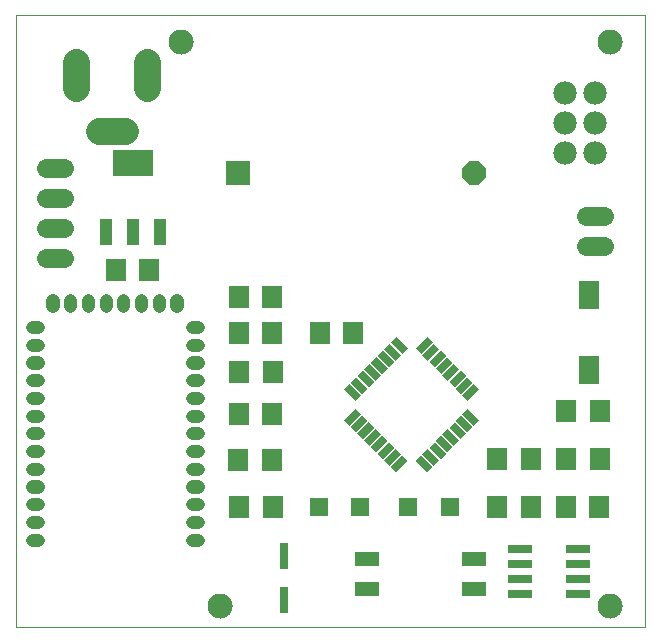
<source format=gts>
G75*
%MOIN*%
%OFA0B0*%
%FSLAX25Y25*%
%IPPOS*%
%LPD*%
%AMOC8*
5,1,8,0,0,1.08239X$1,22.5*
%
%ADD10C,0.00000*%
%ADD11C,0.08274*%
%ADD12R,0.06699X0.07498*%
%ADD13R,0.06699X0.07487*%
%ADD14R,0.08300X0.04700*%
%ADD15R,0.08000X0.08000*%
%ADD16OC8,0.08000*%
%ADD17R,0.08200X0.02500*%
%ADD18C,0.06400*%
%ADD19R,0.02959X0.09061*%
%ADD20R,0.05400X0.02600*%
%ADD21R,0.02600X0.05400*%
%ADD22R,0.06306X0.06306*%
%ADD23C,0.04294*%
%ADD24R,0.04140X0.08865*%
%ADD25R,0.13195X0.08865*%
%ADD26C,0.09000*%
%ADD27C,0.07800*%
%ADD28R,0.06699X0.09455*%
D10*
X0011520Y0002000D02*
X0011520Y0205961D01*
X0221220Y0205961D01*
X0221220Y0002000D01*
X0011520Y0002000D01*
X0075583Y0009000D02*
X0075585Y0009125D01*
X0075591Y0009250D01*
X0075601Y0009374D01*
X0075615Y0009498D01*
X0075632Y0009622D01*
X0075654Y0009745D01*
X0075680Y0009867D01*
X0075709Y0009989D01*
X0075742Y0010109D01*
X0075780Y0010228D01*
X0075820Y0010347D01*
X0075865Y0010463D01*
X0075913Y0010578D01*
X0075965Y0010692D01*
X0076021Y0010804D01*
X0076080Y0010914D01*
X0076142Y0011022D01*
X0076208Y0011129D01*
X0076277Y0011233D01*
X0076350Y0011334D01*
X0076425Y0011434D01*
X0076504Y0011531D01*
X0076586Y0011625D01*
X0076671Y0011717D01*
X0076758Y0011806D01*
X0076849Y0011892D01*
X0076942Y0011975D01*
X0077038Y0012056D01*
X0077136Y0012133D01*
X0077236Y0012207D01*
X0077339Y0012278D01*
X0077444Y0012345D01*
X0077552Y0012410D01*
X0077661Y0012470D01*
X0077772Y0012528D01*
X0077885Y0012581D01*
X0077999Y0012631D01*
X0078115Y0012678D01*
X0078232Y0012720D01*
X0078351Y0012759D01*
X0078471Y0012795D01*
X0078592Y0012826D01*
X0078714Y0012854D01*
X0078836Y0012877D01*
X0078960Y0012897D01*
X0079084Y0012913D01*
X0079208Y0012925D01*
X0079333Y0012933D01*
X0079458Y0012937D01*
X0079582Y0012937D01*
X0079707Y0012933D01*
X0079832Y0012925D01*
X0079956Y0012913D01*
X0080080Y0012897D01*
X0080204Y0012877D01*
X0080326Y0012854D01*
X0080448Y0012826D01*
X0080569Y0012795D01*
X0080689Y0012759D01*
X0080808Y0012720D01*
X0080925Y0012678D01*
X0081041Y0012631D01*
X0081155Y0012581D01*
X0081268Y0012528D01*
X0081379Y0012470D01*
X0081489Y0012410D01*
X0081596Y0012345D01*
X0081701Y0012278D01*
X0081804Y0012207D01*
X0081904Y0012133D01*
X0082002Y0012056D01*
X0082098Y0011975D01*
X0082191Y0011892D01*
X0082282Y0011806D01*
X0082369Y0011717D01*
X0082454Y0011625D01*
X0082536Y0011531D01*
X0082615Y0011434D01*
X0082690Y0011334D01*
X0082763Y0011233D01*
X0082832Y0011129D01*
X0082898Y0011022D01*
X0082960Y0010914D01*
X0083019Y0010804D01*
X0083075Y0010692D01*
X0083127Y0010578D01*
X0083175Y0010463D01*
X0083220Y0010347D01*
X0083260Y0010228D01*
X0083298Y0010109D01*
X0083331Y0009989D01*
X0083360Y0009867D01*
X0083386Y0009745D01*
X0083408Y0009622D01*
X0083425Y0009498D01*
X0083439Y0009374D01*
X0083449Y0009250D01*
X0083455Y0009125D01*
X0083457Y0009000D01*
X0083455Y0008875D01*
X0083449Y0008750D01*
X0083439Y0008626D01*
X0083425Y0008502D01*
X0083408Y0008378D01*
X0083386Y0008255D01*
X0083360Y0008133D01*
X0083331Y0008011D01*
X0083298Y0007891D01*
X0083260Y0007772D01*
X0083220Y0007653D01*
X0083175Y0007537D01*
X0083127Y0007422D01*
X0083075Y0007308D01*
X0083019Y0007196D01*
X0082960Y0007086D01*
X0082898Y0006978D01*
X0082832Y0006871D01*
X0082763Y0006767D01*
X0082690Y0006666D01*
X0082615Y0006566D01*
X0082536Y0006469D01*
X0082454Y0006375D01*
X0082369Y0006283D01*
X0082282Y0006194D01*
X0082191Y0006108D01*
X0082098Y0006025D01*
X0082002Y0005944D01*
X0081904Y0005867D01*
X0081804Y0005793D01*
X0081701Y0005722D01*
X0081596Y0005655D01*
X0081488Y0005590D01*
X0081379Y0005530D01*
X0081268Y0005472D01*
X0081155Y0005419D01*
X0081041Y0005369D01*
X0080925Y0005322D01*
X0080808Y0005280D01*
X0080689Y0005241D01*
X0080569Y0005205D01*
X0080448Y0005174D01*
X0080326Y0005146D01*
X0080204Y0005123D01*
X0080080Y0005103D01*
X0079956Y0005087D01*
X0079832Y0005075D01*
X0079707Y0005067D01*
X0079582Y0005063D01*
X0079458Y0005063D01*
X0079333Y0005067D01*
X0079208Y0005075D01*
X0079084Y0005087D01*
X0078960Y0005103D01*
X0078836Y0005123D01*
X0078714Y0005146D01*
X0078592Y0005174D01*
X0078471Y0005205D01*
X0078351Y0005241D01*
X0078232Y0005280D01*
X0078115Y0005322D01*
X0077999Y0005369D01*
X0077885Y0005419D01*
X0077772Y0005472D01*
X0077661Y0005530D01*
X0077551Y0005590D01*
X0077444Y0005655D01*
X0077339Y0005722D01*
X0077236Y0005793D01*
X0077136Y0005867D01*
X0077038Y0005944D01*
X0076942Y0006025D01*
X0076849Y0006108D01*
X0076758Y0006194D01*
X0076671Y0006283D01*
X0076586Y0006375D01*
X0076504Y0006469D01*
X0076425Y0006566D01*
X0076350Y0006666D01*
X0076277Y0006767D01*
X0076208Y0006871D01*
X0076142Y0006978D01*
X0076080Y0007086D01*
X0076021Y0007196D01*
X0075965Y0007308D01*
X0075913Y0007422D01*
X0075865Y0007537D01*
X0075820Y0007653D01*
X0075780Y0007772D01*
X0075742Y0007891D01*
X0075709Y0008011D01*
X0075680Y0008133D01*
X0075654Y0008255D01*
X0075632Y0008378D01*
X0075615Y0008502D01*
X0075601Y0008626D01*
X0075591Y0008750D01*
X0075585Y0008875D01*
X0075583Y0009000D01*
X0205583Y0009000D02*
X0205585Y0009125D01*
X0205591Y0009250D01*
X0205601Y0009374D01*
X0205615Y0009498D01*
X0205632Y0009622D01*
X0205654Y0009745D01*
X0205680Y0009867D01*
X0205709Y0009989D01*
X0205742Y0010109D01*
X0205780Y0010228D01*
X0205820Y0010347D01*
X0205865Y0010463D01*
X0205913Y0010578D01*
X0205965Y0010692D01*
X0206021Y0010804D01*
X0206080Y0010914D01*
X0206142Y0011022D01*
X0206208Y0011129D01*
X0206277Y0011233D01*
X0206350Y0011334D01*
X0206425Y0011434D01*
X0206504Y0011531D01*
X0206586Y0011625D01*
X0206671Y0011717D01*
X0206758Y0011806D01*
X0206849Y0011892D01*
X0206942Y0011975D01*
X0207038Y0012056D01*
X0207136Y0012133D01*
X0207236Y0012207D01*
X0207339Y0012278D01*
X0207444Y0012345D01*
X0207552Y0012410D01*
X0207661Y0012470D01*
X0207772Y0012528D01*
X0207885Y0012581D01*
X0207999Y0012631D01*
X0208115Y0012678D01*
X0208232Y0012720D01*
X0208351Y0012759D01*
X0208471Y0012795D01*
X0208592Y0012826D01*
X0208714Y0012854D01*
X0208836Y0012877D01*
X0208960Y0012897D01*
X0209084Y0012913D01*
X0209208Y0012925D01*
X0209333Y0012933D01*
X0209458Y0012937D01*
X0209582Y0012937D01*
X0209707Y0012933D01*
X0209832Y0012925D01*
X0209956Y0012913D01*
X0210080Y0012897D01*
X0210204Y0012877D01*
X0210326Y0012854D01*
X0210448Y0012826D01*
X0210569Y0012795D01*
X0210689Y0012759D01*
X0210808Y0012720D01*
X0210925Y0012678D01*
X0211041Y0012631D01*
X0211155Y0012581D01*
X0211268Y0012528D01*
X0211379Y0012470D01*
X0211489Y0012410D01*
X0211596Y0012345D01*
X0211701Y0012278D01*
X0211804Y0012207D01*
X0211904Y0012133D01*
X0212002Y0012056D01*
X0212098Y0011975D01*
X0212191Y0011892D01*
X0212282Y0011806D01*
X0212369Y0011717D01*
X0212454Y0011625D01*
X0212536Y0011531D01*
X0212615Y0011434D01*
X0212690Y0011334D01*
X0212763Y0011233D01*
X0212832Y0011129D01*
X0212898Y0011022D01*
X0212960Y0010914D01*
X0213019Y0010804D01*
X0213075Y0010692D01*
X0213127Y0010578D01*
X0213175Y0010463D01*
X0213220Y0010347D01*
X0213260Y0010228D01*
X0213298Y0010109D01*
X0213331Y0009989D01*
X0213360Y0009867D01*
X0213386Y0009745D01*
X0213408Y0009622D01*
X0213425Y0009498D01*
X0213439Y0009374D01*
X0213449Y0009250D01*
X0213455Y0009125D01*
X0213457Y0009000D01*
X0213455Y0008875D01*
X0213449Y0008750D01*
X0213439Y0008626D01*
X0213425Y0008502D01*
X0213408Y0008378D01*
X0213386Y0008255D01*
X0213360Y0008133D01*
X0213331Y0008011D01*
X0213298Y0007891D01*
X0213260Y0007772D01*
X0213220Y0007653D01*
X0213175Y0007537D01*
X0213127Y0007422D01*
X0213075Y0007308D01*
X0213019Y0007196D01*
X0212960Y0007086D01*
X0212898Y0006978D01*
X0212832Y0006871D01*
X0212763Y0006767D01*
X0212690Y0006666D01*
X0212615Y0006566D01*
X0212536Y0006469D01*
X0212454Y0006375D01*
X0212369Y0006283D01*
X0212282Y0006194D01*
X0212191Y0006108D01*
X0212098Y0006025D01*
X0212002Y0005944D01*
X0211904Y0005867D01*
X0211804Y0005793D01*
X0211701Y0005722D01*
X0211596Y0005655D01*
X0211488Y0005590D01*
X0211379Y0005530D01*
X0211268Y0005472D01*
X0211155Y0005419D01*
X0211041Y0005369D01*
X0210925Y0005322D01*
X0210808Y0005280D01*
X0210689Y0005241D01*
X0210569Y0005205D01*
X0210448Y0005174D01*
X0210326Y0005146D01*
X0210204Y0005123D01*
X0210080Y0005103D01*
X0209956Y0005087D01*
X0209832Y0005075D01*
X0209707Y0005067D01*
X0209582Y0005063D01*
X0209458Y0005063D01*
X0209333Y0005067D01*
X0209208Y0005075D01*
X0209084Y0005087D01*
X0208960Y0005103D01*
X0208836Y0005123D01*
X0208714Y0005146D01*
X0208592Y0005174D01*
X0208471Y0005205D01*
X0208351Y0005241D01*
X0208232Y0005280D01*
X0208115Y0005322D01*
X0207999Y0005369D01*
X0207885Y0005419D01*
X0207772Y0005472D01*
X0207661Y0005530D01*
X0207551Y0005590D01*
X0207444Y0005655D01*
X0207339Y0005722D01*
X0207236Y0005793D01*
X0207136Y0005867D01*
X0207038Y0005944D01*
X0206942Y0006025D01*
X0206849Y0006108D01*
X0206758Y0006194D01*
X0206671Y0006283D01*
X0206586Y0006375D01*
X0206504Y0006469D01*
X0206425Y0006566D01*
X0206350Y0006666D01*
X0206277Y0006767D01*
X0206208Y0006871D01*
X0206142Y0006978D01*
X0206080Y0007086D01*
X0206021Y0007196D01*
X0205965Y0007308D01*
X0205913Y0007422D01*
X0205865Y0007537D01*
X0205820Y0007653D01*
X0205780Y0007772D01*
X0205742Y0007891D01*
X0205709Y0008011D01*
X0205680Y0008133D01*
X0205654Y0008255D01*
X0205632Y0008378D01*
X0205615Y0008502D01*
X0205601Y0008626D01*
X0205591Y0008750D01*
X0205585Y0008875D01*
X0205583Y0009000D01*
X0205583Y0197000D02*
X0205585Y0197125D01*
X0205591Y0197250D01*
X0205601Y0197374D01*
X0205615Y0197498D01*
X0205632Y0197622D01*
X0205654Y0197745D01*
X0205680Y0197867D01*
X0205709Y0197989D01*
X0205742Y0198109D01*
X0205780Y0198228D01*
X0205820Y0198347D01*
X0205865Y0198463D01*
X0205913Y0198578D01*
X0205965Y0198692D01*
X0206021Y0198804D01*
X0206080Y0198914D01*
X0206142Y0199022D01*
X0206208Y0199129D01*
X0206277Y0199233D01*
X0206350Y0199334D01*
X0206425Y0199434D01*
X0206504Y0199531D01*
X0206586Y0199625D01*
X0206671Y0199717D01*
X0206758Y0199806D01*
X0206849Y0199892D01*
X0206942Y0199975D01*
X0207038Y0200056D01*
X0207136Y0200133D01*
X0207236Y0200207D01*
X0207339Y0200278D01*
X0207444Y0200345D01*
X0207552Y0200410D01*
X0207661Y0200470D01*
X0207772Y0200528D01*
X0207885Y0200581D01*
X0207999Y0200631D01*
X0208115Y0200678D01*
X0208232Y0200720D01*
X0208351Y0200759D01*
X0208471Y0200795D01*
X0208592Y0200826D01*
X0208714Y0200854D01*
X0208836Y0200877D01*
X0208960Y0200897D01*
X0209084Y0200913D01*
X0209208Y0200925D01*
X0209333Y0200933D01*
X0209458Y0200937D01*
X0209582Y0200937D01*
X0209707Y0200933D01*
X0209832Y0200925D01*
X0209956Y0200913D01*
X0210080Y0200897D01*
X0210204Y0200877D01*
X0210326Y0200854D01*
X0210448Y0200826D01*
X0210569Y0200795D01*
X0210689Y0200759D01*
X0210808Y0200720D01*
X0210925Y0200678D01*
X0211041Y0200631D01*
X0211155Y0200581D01*
X0211268Y0200528D01*
X0211379Y0200470D01*
X0211489Y0200410D01*
X0211596Y0200345D01*
X0211701Y0200278D01*
X0211804Y0200207D01*
X0211904Y0200133D01*
X0212002Y0200056D01*
X0212098Y0199975D01*
X0212191Y0199892D01*
X0212282Y0199806D01*
X0212369Y0199717D01*
X0212454Y0199625D01*
X0212536Y0199531D01*
X0212615Y0199434D01*
X0212690Y0199334D01*
X0212763Y0199233D01*
X0212832Y0199129D01*
X0212898Y0199022D01*
X0212960Y0198914D01*
X0213019Y0198804D01*
X0213075Y0198692D01*
X0213127Y0198578D01*
X0213175Y0198463D01*
X0213220Y0198347D01*
X0213260Y0198228D01*
X0213298Y0198109D01*
X0213331Y0197989D01*
X0213360Y0197867D01*
X0213386Y0197745D01*
X0213408Y0197622D01*
X0213425Y0197498D01*
X0213439Y0197374D01*
X0213449Y0197250D01*
X0213455Y0197125D01*
X0213457Y0197000D01*
X0213455Y0196875D01*
X0213449Y0196750D01*
X0213439Y0196626D01*
X0213425Y0196502D01*
X0213408Y0196378D01*
X0213386Y0196255D01*
X0213360Y0196133D01*
X0213331Y0196011D01*
X0213298Y0195891D01*
X0213260Y0195772D01*
X0213220Y0195653D01*
X0213175Y0195537D01*
X0213127Y0195422D01*
X0213075Y0195308D01*
X0213019Y0195196D01*
X0212960Y0195086D01*
X0212898Y0194978D01*
X0212832Y0194871D01*
X0212763Y0194767D01*
X0212690Y0194666D01*
X0212615Y0194566D01*
X0212536Y0194469D01*
X0212454Y0194375D01*
X0212369Y0194283D01*
X0212282Y0194194D01*
X0212191Y0194108D01*
X0212098Y0194025D01*
X0212002Y0193944D01*
X0211904Y0193867D01*
X0211804Y0193793D01*
X0211701Y0193722D01*
X0211596Y0193655D01*
X0211488Y0193590D01*
X0211379Y0193530D01*
X0211268Y0193472D01*
X0211155Y0193419D01*
X0211041Y0193369D01*
X0210925Y0193322D01*
X0210808Y0193280D01*
X0210689Y0193241D01*
X0210569Y0193205D01*
X0210448Y0193174D01*
X0210326Y0193146D01*
X0210204Y0193123D01*
X0210080Y0193103D01*
X0209956Y0193087D01*
X0209832Y0193075D01*
X0209707Y0193067D01*
X0209582Y0193063D01*
X0209458Y0193063D01*
X0209333Y0193067D01*
X0209208Y0193075D01*
X0209084Y0193087D01*
X0208960Y0193103D01*
X0208836Y0193123D01*
X0208714Y0193146D01*
X0208592Y0193174D01*
X0208471Y0193205D01*
X0208351Y0193241D01*
X0208232Y0193280D01*
X0208115Y0193322D01*
X0207999Y0193369D01*
X0207885Y0193419D01*
X0207772Y0193472D01*
X0207661Y0193530D01*
X0207551Y0193590D01*
X0207444Y0193655D01*
X0207339Y0193722D01*
X0207236Y0193793D01*
X0207136Y0193867D01*
X0207038Y0193944D01*
X0206942Y0194025D01*
X0206849Y0194108D01*
X0206758Y0194194D01*
X0206671Y0194283D01*
X0206586Y0194375D01*
X0206504Y0194469D01*
X0206425Y0194566D01*
X0206350Y0194666D01*
X0206277Y0194767D01*
X0206208Y0194871D01*
X0206142Y0194978D01*
X0206080Y0195086D01*
X0206021Y0195196D01*
X0205965Y0195308D01*
X0205913Y0195422D01*
X0205865Y0195537D01*
X0205820Y0195653D01*
X0205780Y0195772D01*
X0205742Y0195891D01*
X0205709Y0196011D01*
X0205680Y0196133D01*
X0205654Y0196255D01*
X0205632Y0196378D01*
X0205615Y0196502D01*
X0205601Y0196626D01*
X0205591Y0196750D01*
X0205585Y0196875D01*
X0205583Y0197000D01*
X0062583Y0197000D02*
X0062585Y0197125D01*
X0062591Y0197250D01*
X0062601Y0197374D01*
X0062615Y0197498D01*
X0062632Y0197622D01*
X0062654Y0197745D01*
X0062680Y0197867D01*
X0062709Y0197989D01*
X0062742Y0198109D01*
X0062780Y0198228D01*
X0062820Y0198347D01*
X0062865Y0198463D01*
X0062913Y0198578D01*
X0062965Y0198692D01*
X0063021Y0198804D01*
X0063080Y0198914D01*
X0063142Y0199022D01*
X0063208Y0199129D01*
X0063277Y0199233D01*
X0063350Y0199334D01*
X0063425Y0199434D01*
X0063504Y0199531D01*
X0063586Y0199625D01*
X0063671Y0199717D01*
X0063758Y0199806D01*
X0063849Y0199892D01*
X0063942Y0199975D01*
X0064038Y0200056D01*
X0064136Y0200133D01*
X0064236Y0200207D01*
X0064339Y0200278D01*
X0064444Y0200345D01*
X0064552Y0200410D01*
X0064661Y0200470D01*
X0064772Y0200528D01*
X0064885Y0200581D01*
X0064999Y0200631D01*
X0065115Y0200678D01*
X0065232Y0200720D01*
X0065351Y0200759D01*
X0065471Y0200795D01*
X0065592Y0200826D01*
X0065714Y0200854D01*
X0065836Y0200877D01*
X0065960Y0200897D01*
X0066084Y0200913D01*
X0066208Y0200925D01*
X0066333Y0200933D01*
X0066458Y0200937D01*
X0066582Y0200937D01*
X0066707Y0200933D01*
X0066832Y0200925D01*
X0066956Y0200913D01*
X0067080Y0200897D01*
X0067204Y0200877D01*
X0067326Y0200854D01*
X0067448Y0200826D01*
X0067569Y0200795D01*
X0067689Y0200759D01*
X0067808Y0200720D01*
X0067925Y0200678D01*
X0068041Y0200631D01*
X0068155Y0200581D01*
X0068268Y0200528D01*
X0068379Y0200470D01*
X0068489Y0200410D01*
X0068596Y0200345D01*
X0068701Y0200278D01*
X0068804Y0200207D01*
X0068904Y0200133D01*
X0069002Y0200056D01*
X0069098Y0199975D01*
X0069191Y0199892D01*
X0069282Y0199806D01*
X0069369Y0199717D01*
X0069454Y0199625D01*
X0069536Y0199531D01*
X0069615Y0199434D01*
X0069690Y0199334D01*
X0069763Y0199233D01*
X0069832Y0199129D01*
X0069898Y0199022D01*
X0069960Y0198914D01*
X0070019Y0198804D01*
X0070075Y0198692D01*
X0070127Y0198578D01*
X0070175Y0198463D01*
X0070220Y0198347D01*
X0070260Y0198228D01*
X0070298Y0198109D01*
X0070331Y0197989D01*
X0070360Y0197867D01*
X0070386Y0197745D01*
X0070408Y0197622D01*
X0070425Y0197498D01*
X0070439Y0197374D01*
X0070449Y0197250D01*
X0070455Y0197125D01*
X0070457Y0197000D01*
X0070455Y0196875D01*
X0070449Y0196750D01*
X0070439Y0196626D01*
X0070425Y0196502D01*
X0070408Y0196378D01*
X0070386Y0196255D01*
X0070360Y0196133D01*
X0070331Y0196011D01*
X0070298Y0195891D01*
X0070260Y0195772D01*
X0070220Y0195653D01*
X0070175Y0195537D01*
X0070127Y0195422D01*
X0070075Y0195308D01*
X0070019Y0195196D01*
X0069960Y0195086D01*
X0069898Y0194978D01*
X0069832Y0194871D01*
X0069763Y0194767D01*
X0069690Y0194666D01*
X0069615Y0194566D01*
X0069536Y0194469D01*
X0069454Y0194375D01*
X0069369Y0194283D01*
X0069282Y0194194D01*
X0069191Y0194108D01*
X0069098Y0194025D01*
X0069002Y0193944D01*
X0068904Y0193867D01*
X0068804Y0193793D01*
X0068701Y0193722D01*
X0068596Y0193655D01*
X0068488Y0193590D01*
X0068379Y0193530D01*
X0068268Y0193472D01*
X0068155Y0193419D01*
X0068041Y0193369D01*
X0067925Y0193322D01*
X0067808Y0193280D01*
X0067689Y0193241D01*
X0067569Y0193205D01*
X0067448Y0193174D01*
X0067326Y0193146D01*
X0067204Y0193123D01*
X0067080Y0193103D01*
X0066956Y0193087D01*
X0066832Y0193075D01*
X0066707Y0193067D01*
X0066582Y0193063D01*
X0066458Y0193063D01*
X0066333Y0193067D01*
X0066208Y0193075D01*
X0066084Y0193087D01*
X0065960Y0193103D01*
X0065836Y0193123D01*
X0065714Y0193146D01*
X0065592Y0193174D01*
X0065471Y0193205D01*
X0065351Y0193241D01*
X0065232Y0193280D01*
X0065115Y0193322D01*
X0064999Y0193369D01*
X0064885Y0193419D01*
X0064772Y0193472D01*
X0064661Y0193530D01*
X0064551Y0193590D01*
X0064444Y0193655D01*
X0064339Y0193722D01*
X0064236Y0193793D01*
X0064136Y0193867D01*
X0064038Y0193944D01*
X0063942Y0194025D01*
X0063849Y0194108D01*
X0063758Y0194194D01*
X0063671Y0194283D01*
X0063586Y0194375D01*
X0063504Y0194469D01*
X0063425Y0194566D01*
X0063350Y0194666D01*
X0063277Y0194767D01*
X0063208Y0194871D01*
X0063142Y0194978D01*
X0063080Y0195086D01*
X0063021Y0195196D01*
X0062965Y0195308D01*
X0062913Y0195422D01*
X0062865Y0195537D01*
X0062820Y0195653D01*
X0062780Y0195772D01*
X0062742Y0195891D01*
X0062709Y0196011D01*
X0062680Y0196133D01*
X0062654Y0196255D01*
X0062632Y0196378D01*
X0062615Y0196502D01*
X0062601Y0196626D01*
X0062591Y0196750D01*
X0062585Y0196875D01*
X0062583Y0197000D01*
D11*
X0066520Y0197000D03*
X0209520Y0197000D03*
X0209520Y0009000D03*
X0079520Y0009000D03*
D12*
X0085921Y0042000D03*
X0097118Y0042000D03*
X0096968Y0057600D03*
X0085771Y0057600D03*
X0085921Y0087000D03*
X0097118Y0087000D03*
X0171921Y0058000D03*
X0183118Y0058000D03*
X0194921Y0058000D03*
X0206118Y0058000D03*
X0206118Y0074000D03*
X0194921Y0074000D03*
X0183118Y0042000D03*
X0171921Y0042000D03*
D13*
X0195008Y0042000D03*
X0206031Y0042000D03*
X0124031Y0100000D03*
X0113008Y0100000D03*
X0097031Y0100000D03*
X0086008Y0100000D03*
X0086008Y0112000D03*
X0097031Y0112000D03*
X0097031Y0073000D03*
X0086008Y0073000D03*
X0056031Y0121000D03*
X0045008Y0121000D03*
D14*
X0128710Y0024650D03*
X0128710Y0014650D03*
X0164110Y0014650D03*
X0164110Y0024650D03*
D15*
X0085462Y0153350D03*
D16*
X0164202Y0153350D03*
D17*
X0179570Y0028030D03*
X0179570Y0023030D03*
X0179570Y0018030D03*
X0179570Y0013030D03*
X0198970Y0013030D03*
X0198970Y0018030D03*
X0198970Y0023030D03*
X0198970Y0028030D03*
D18*
X0201520Y0129000D02*
X0207520Y0129000D01*
X0207520Y0139000D02*
X0201520Y0139000D01*
X0027520Y0135000D02*
X0021520Y0135000D01*
X0021520Y0145000D02*
X0027520Y0145000D01*
X0027520Y0155000D02*
X0021520Y0155000D01*
X0021520Y0125000D02*
X0027520Y0125000D01*
D19*
X0100777Y0025570D03*
X0100777Y0011003D03*
D20*
G36*
X0146686Y0059083D02*
X0150503Y0055266D01*
X0148664Y0053427D01*
X0144847Y0057244D01*
X0146686Y0059083D01*
G37*
G36*
X0148913Y0061310D02*
X0152730Y0057493D01*
X0150891Y0055654D01*
X0147074Y0059471D01*
X0148913Y0061310D01*
G37*
G36*
X0151140Y0063537D02*
X0154957Y0059720D01*
X0153118Y0057881D01*
X0149301Y0061698D01*
X0151140Y0063537D01*
G37*
G36*
X0153367Y0065764D02*
X0157184Y0061947D01*
X0155345Y0060108D01*
X0151528Y0063925D01*
X0153367Y0065764D01*
G37*
G36*
X0155594Y0067991D02*
X0159411Y0064174D01*
X0157572Y0062335D01*
X0153755Y0066152D01*
X0155594Y0067991D01*
G37*
G36*
X0157821Y0070219D02*
X0161638Y0066402D01*
X0159799Y0064563D01*
X0155982Y0068380D01*
X0157821Y0070219D01*
G37*
G36*
X0160049Y0072446D02*
X0163866Y0068629D01*
X0162027Y0066790D01*
X0158210Y0070607D01*
X0160049Y0072446D01*
G37*
G36*
X0162276Y0074673D02*
X0166093Y0070856D01*
X0164254Y0069017D01*
X0160437Y0072834D01*
X0162276Y0074673D01*
G37*
G36*
X0138375Y0098573D02*
X0142192Y0094756D01*
X0140353Y0092917D01*
X0136536Y0096734D01*
X0138375Y0098573D01*
G37*
G36*
X0136148Y0096346D02*
X0139965Y0092529D01*
X0138126Y0090690D01*
X0134309Y0094507D01*
X0136148Y0096346D01*
G37*
G36*
X0133921Y0094119D02*
X0137738Y0090302D01*
X0135899Y0088463D01*
X0132082Y0092280D01*
X0133921Y0094119D01*
G37*
G36*
X0131694Y0091892D02*
X0135511Y0088075D01*
X0133672Y0086236D01*
X0129855Y0090053D01*
X0131694Y0091892D01*
G37*
G36*
X0129467Y0089665D02*
X0133284Y0085848D01*
X0131445Y0084009D01*
X0127628Y0087826D01*
X0129467Y0089665D01*
G37*
G36*
X0127240Y0087437D02*
X0131057Y0083620D01*
X0129218Y0081781D01*
X0125401Y0085598D01*
X0127240Y0087437D01*
G37*
G36*
X0125013Y0085210D02*
X0128830Y0081393D01*
X0126991Y0079554D01*
X0123174Y0083371D01*
X0125013Y0085210D01*
G37*
G36*
X0122786Y0082983D02*
X0126603Y0079166D01*
X0124764Y0077327D01*
X0120947Y0081144D01*
X0122786Y0082983D01*
G37*
D21*
G36*
X0124764Y0074673D02*
X0126603Y0072834D01*
X0122786Y0069017D01*
X0120947Y0070856D01*
X0124764Y0074673D01*
G37*
G36*
X0126991Y0072446D02*
X0128830Y0070607D01*
X0125013Y0066790D01*
X0123174Y0068629D01*
X0126991Y0072446D01*
G37*
G36*
X0129218Y0070219D02*
X0131057Y0068380D01*
X0127240Y0064563D01*
X0125401Y0066402D01*
X0129218Y0070219D01*
G37*
G36*
X0131445Y0067991D02*
X0133284Y0066152D01*
X0129467Y0062335D01*
X0127628Y0064174D01*
X0131445Y0067991D01*
G37*
G36*
X0133672Y0065764D02*
X0135511Y0063925D01*
X0131694Y0060108D01*
X0129855Y0061947D01*
X0133672Y0065764D01*
G37*
G36*
X0135899Y0063537D02*
X0137738Y0061698D01*
X0133921Y0057881D01*
X0132082Y0059720D01*
X0135899Y0063537D01*
G37*
G36*
X0138126Y0061310D02*
X0139965Y0059471D01*
X0136148Y0055654D01*
X0134309Y0057493D01*
X0138126Y0061310D01*
G37*
G36*
X0140353Y0059083D02*
X0142192Y0057244D01*
X0138375Y0053427D01*
X0136536Y0055266D01*
X0140353Y0059083D01*
G37*
G36*
X0164254Y0082983D02*
X0166093Y0081144D01*
X0162276Y0077327D01*
X0160437Y0079166D01*
X0164254Y0082983D01*
G37*
G36*
X0162027Y0085210D02*
X0163866Y0083371D01*
X0160049Y0079554D01*
X0158210Y0081393D01*
X0162027Y0085210D01*
G37*
G36*
X0159799Y0087437D02*
X0161638Y0085598D01*
X0157821Y0081781D01*
X0155982Y0083620D01*
X0159799Y0087437D01*
G37*
G36*
X0157572Y0089665D02*
X0159411Y0087826D01*
X0155594Y0084009D01*
X0153755Y0085848D01*
X0157572Y0089665D01*
G37*
G36*
X0155345Y0091892D02*
X0157184Y0090053D01*
X0153367Y0086236D01*
X0151528Y0088075D01*
X0155345Y0091892D01*
G37*
G36*
X0153118Y0094119D02*
X0154957Y0092280D01*
X0151140Y0088463D01*
X0149301Y0090302D01*
X0153118Y0094119D01*
G37*
G36*
X0150891Y0096346D02*
X0152730Y0094507D01*
X0148913Y0090690D01*
X0147074Y0092529D01*
X0150891Y0096346D01*
G37*
G36*
X0148664Y0098573D02*
X0150503Y0096734D01*
X0146686Y0092917D01*
X0144847Y0094756D01*
X0148664Y0098573D01*
G37*
D22*
X0142330Y0042000D03*
X0156109Y0042000D03*
X0126409Y0042000D03*
X0112630Y0042000D03*
D23*
X0072179Y0042832D02*
X0070167Y0042832D01*
X0072179Y0042832D02*
X0072179Y0042790D01*
X0070167Y0042790D01*
X0070167Y0042832D01*
X0070167Y0048738D02*
X0072179Y0048738D01*
X0072179Y0048696D01*
X0070167Y0048696D01*
X0070167Y0048738D01*
X0070167Y0054643D02*
X0072179Y0054643D01*
X0072179Y0054601D01*
X0070167Y0054601D01*
X0070167Y0054643D01*
X0070167Y0060549D02*
X0072179Y0060549D01*
X0072179Y0060507D01*
X0070167Y0060507D01*
X0070167Y0060549D01*
X0070167Y0066454D02*
X0072179Y0066454D01*
X0072179Y0066412D01*
X0070167Y0066412D01*
X0070167Y0066454D01*
X0070167Y0072360D02*
X0072179Y0072360D01*
X0072179Y0072318D01*
X0070167Y0072318D01*
X0070167Y0072360D01*
X0070167Y0078265D02*
X0072179Y0078265D01*
X0072179Y0078223D01*
X0070167Y0078223D01*
X0070167Y0078265D01*
X0070167Y0084171D02*
X0072179Y0084171D01*
X0072179Y0084129D01*
X0070167Y0084129D01*
X0070167Y0084171D01*
X0070167Y0090076D02*
X0072179Y0090076D01*
X0072179Y0090034D01*
X0070167Y0090034D01*
X0070167Y0090076D01*
X0070167Y0095982D02*
X0072179Y0095982D01*
X0072179Y0095940D01*
X0070167Y0095940D01*
X0070167Y0095982D01*
X0070167Y0101887D02*
X0072179Y0101887D01*
X0072179Y0101845D01*
X0070167Y0101845D01*
X0070167Y0101887D01*
X0065089Y0109010D02*
X0065089Y0111022D01*
X0065131Y0111022D01*
X0065131Y0109010D01*
X0065089Y0109010D01*
X0059184Y0109010D02*
X0059184Y0111022D01*
X0059226Y0111022D01*
X0059226Y0109010D01*
X0059184Y0109010D01*
X0053278Y0109010D02*
X0053278Y0111022D01*
X0053320Y0111022D01*
X0053320Y0109010D01*
X0053278Y0109010D01*
X0047373Y0109010D02*
X0047373Y0111022D01*
X0047415Y0111022D01*
X0047415Y0109010D01*
X0047373Y0109010D01*
X0041467Y0109010D02*
X0041467Y0111022D01*
X0041509Y0111022D01*
X0041509Y0109010D01*
X0041467Y0109010D01*
X0035562Y0109010D02*
X0035562Y0111022D01*
X0035604Y0111022D01*
X0035604Y0109010D01*
X0035562Y0109010D01*
X0029656Y0109010D02*
X0029656Y0111022D01*
X0029698Y0111022D01*
X0029698Y0109010D01*
X0029656Y0109010D01*
X0023751Y0109010D02*
X0023751Y0111022D01*
X0023793Y0111022D01*
X0023793Y0109010D01*
X0023751Y0109010D01*
X0018872Y0101845D02*
X0016860Y0101845D01*
X0016860Y0101887D01*
X0018872Y0101887D01*
X0018872Y0101845D01*
X0018872Y0095940D02*
X0016860Y0095940D01*
X0016860Y0095982D01*
X0018872Y0095982D01*
X0018872Y0095940D01*
X0018872Y0090034D02*
X0016860Y0090034D01*
X0016860Y0090076D01*
X0018872Y0090076D01*
X0018872Y0090034D01*
X0018872Y0084129D02*
X0016860Y0084129D01*
X0016860Y0084171D01*
X0018872Y0084171D01*
X0018872Y0084129D01*
X0018872Y0078223D02*
X0016860Y0078223D01*
X0016860Y0078265D01*
X0018872Y0078265D01*
X0018872Y0078223D01*
X0018872Y0072318D02*
X0016860Y0072318D01*
X0016860Y0072360D01*
X0018872Y0072360D01*
X0018872Y0072318D01*
X0018872Y0066412D02*
X0016860Y0066412D01*
X0016860Y0066454D01*
X0018872Y0066454D01*
X0018872Y0066412D01*
X0018872Y0060507D02*
X0016860Y0060507D01*
X0016860Y0060549D01*
X0018872Y0060549D01*
X0018872Y0060507D01*
X0018872Y0054601D02*
X0016860Y0054601D01*
X0016860Y0054643D01*
X0018872Y0054643D01*
X0018872Y0054601D01*
X0018872Y0048696D02*
X0016860Y0048696D01*
X0016860Y0048738D01*
X0018872Y0048738D01*
X0018872Y0048696D01*
X0018872Y0042790D02*
X0016860Y0042790D01*
X0016860Y0042832D01*
X0018872Y0042832D01*
X0018872Y0042790D01*
X0018872Y0036885D02*
X0016860Y0036885D01*
X0016860Y0036927D01*
X0018872Y0036927D01*
X0018872Y0036885D01*
X0018872Y0030979D02*
X0016860Y0030979D01*
X0016860Y0031021D01*
X0018872Y0031021D01*
X0018872Y0030979D01*
X0070167Y0031021D02*
X0072179Y0031021D01*
X0072179Y0030979D01*
X0070167Y0030979D01*
X0070167Y0031021D01*
X0070167Y0036927D02*
X0072179Y0036927D01*
X0072179Y0036885D01*
X0070167Y0036885D01*
X0070167Y0036927D01*
D24*
X0059575Y0133583D03*
X0050520Y0133583D03*
X0041465Y0133583D03*
D25*
X0050520Y0156417D03*
D26*
X0047820Y0167102D02*
X0039220Y0167102D01*
X0031709Y0181700D02*
X0031709Y0190300D01*
X0055331Y0190300D02*
X0055331Y0181700D01*
D27*
X0194520Y0180000D03*
X0204520Y0180000D03*
X0204520Y0170000D03*
X0204520Y0160000D03*
X0194520Y0160000D03*
X0194520Y0170000D03*
D28*
X0202520Y0112402D03*
X0202520Y0087598D03*
M02*

</source>
